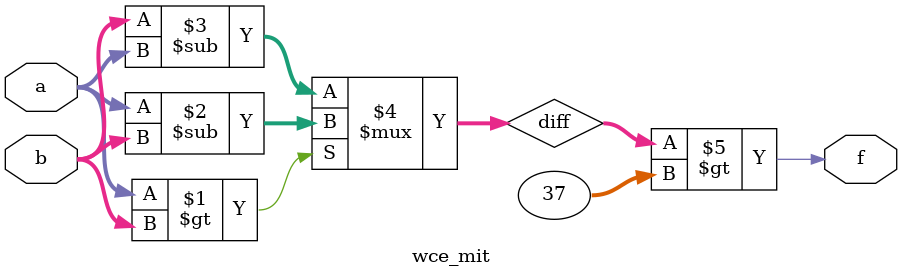
<source format=v>
module wce_mit(a, b, f);
parameter _bit = 8;
parameter wce = 37;
input [_bit - 1: 0] a;
input [_bit - 1: 0] b;
output f;
wire [_bit - 1: 0] diff;
assign diff = (a > b)? (a - b): (b - a);
assign f = (diff > wce);
endmodule

</source>
